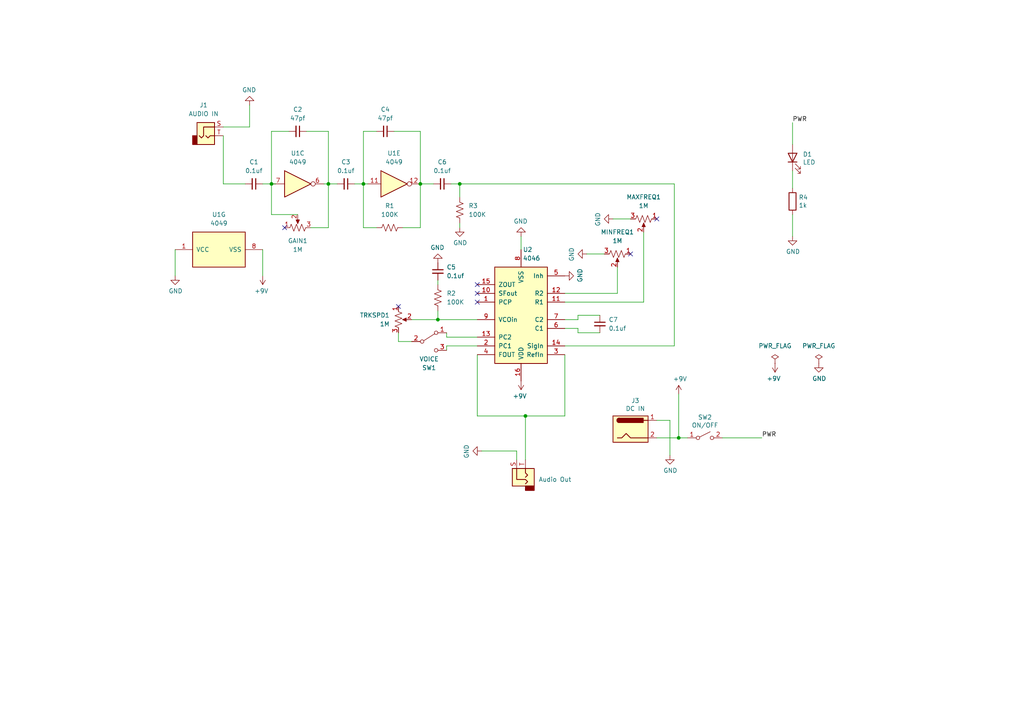
<source format=kicad_sch>
(kicad_sch (version 20211123) (generator eeschema)
  (paper "A4")
  (lib_symbols
    (symbol "4xxx:4046" (pin_names (offset 1.016))
      (property "Reference" "U" (at -7.62 13.97 0))
      (property "Value" "4046" (at -7.62 -16.51 0))
      (symbol "4046_1_0"
        (pin output line (at 12.7 -5.08 180) (length 5.08) (name "PCP") (number "1"))
        (pin output line (at 12.7 -7.62 180) (length 5.08) (name "SFout") (number "10"))
        (pin input line (at -12.7 -5.08 0) (length 5.08) (name "R1") (number "11"))
        (pin input line (at -12.7 -7.62 0) (length 5.08) (name "R2") (number "12"))
        (pin tri_state line (at 12.7 5.08 180) (length 5.08) (name "PC2") (number "13"))
        (pin input line (at -12.7 7.62 0) (length 5.08) (name "SigIn") (number "14"))
        (pin output line (at 12.7 -10.16 180) (length 5.08) (name "ZOUT") (number "15"))
        (pin power_in line (at 0 17.78 270) (length 5.08) (name "VDD") (number "16"))
        (pin output line (at 12.7 7.62 180) (length 5.08) (name "PC1") (number "2"))
        (pin input line (at -12.7 10.16 0) (length 5.08) (name "RefIn") (number "3"))
        (pin input line (at 12.7 10.16 180) (length 5.08) (name "FOUT") (number "4"))
        (pin input line (at -12.7 -12.7 0) (length 5.08) (name "Inh") (number "5"))
        (pin input line (at -12.7 2.54 0) (length 5.08) (name "C1") (number "6"))
        (pin input line (at -12.7 0 0) (length 5.08) (name "C2") (number "7"))
        (pin power_in line (at 0 -20.32 90) (length 5.08) (name "VSS") (number "8"))
        (pin input line (at 12.7 0 180) (length 5.08) (name "VCOin") (number "9"))
      )
      (symbol "4046_1_1"
        (rectangle (start -7.62 12.7) (end 7.62 -15.24) (stroke (width 0.254)) (fill (type background)))
      )
    )
    (symbol "4xxx:4049" (pin_names (offset 1.016))
      (property "Reference" "U" (at 0 1.27 0))
      (property "Value" "4049" (at 0 -1.27 0))
      (symbol "4049_1_0"
        (polyline (pts (xy -3.81 3.81) (xy -3.81 -3.81) (xy 3.81 0) (xy -3.81 3.81)) (stroke (width 0.254)) (fill (type background)))
        (pin output inverted (at 7.62 0 180) (length 3.81) (name "~") (number "2"))
        (pin input line (at -7.62 0 0) (length 3.81) (name "~") (number "3"))
      )
      (symbol "4049_2_0"
        (polyline (pts (xy -3.81 3.81) (xy -3.81 -3.81) (xy 3.81 0) (xy -3.81 3.81)) (stroke (width 0.254)) (fill (type background)))
        (pin output inverted (at 7.62 0 180) (length 3.81) (name "~") (number "4"))
        (pin input line (at -7.62 0 0) (length 3.81) (name "~") (number "5"))
      )
      (symbol "4049_3_0"
        (polyline (pts (xy -3.81 3.81) (xy -3.81 -3.81) (xy 3.81 0) (xy -3.81 3.81)) (stroke (width 0.254)) (fill (type background)))
        (pin output inverted (at 7.62 0 180) (length 3.81) (name "~") (number "6"))
        (pin input line (at -7.62 0 0) (length 3.81) (name "~") (number "7"))
      )
      (symbol "4049_4_0"
        (polyline (pts (xy -3.81 3.81) (xy -3.81 -3.81) (xy 3.81 0) (xy -3.81 3.81)) (stroke (width 0.254)) (fill (type background)))
        (pin output inverted (at 7.62 0 180) (length 3.81) (name "~") (number "10"))
        (pin input line (at -7.62 0 0) (length 3.81) (name "~") (number "9"))
      )
      (symbol "4049_5_0"
        (polyline (pts (xy -3.81 3.81) (xy -3.81 -3.81) (xy 3.81 0) (xy -3.81 3.81)) (stroke (width 0.254)) (fill (type background)))
        (pin input line (at -7.62 0 0) (length 3.81) (name "~") (number "11"))
        (pin output inverted (at 7.62 0 180) (length 3.81) (name "~") (number "12"))
      )
      (symbol "4049_6_0"
        (polyline (pts (xy -3.81 3.81) (xy -3.81 -3.81) (xy 3.81 0) (xy -3.81 3.81)) (stroke (width 0.254)) (fill (type background)))
        (pin input line (at -7.62 0 0) (length 3.81) (name "~") (number "14"))
        (pin output inverted (at 7.62 0 180) (length 3.81) (name "~") (number "15"))
      )
      (symbol "4049_7_0"
        (pin power_in line (at 0 12.7 270) (length 5.08) (name "VCC") (number "1"))
        (pin power_in line (at 0 -12.7 90) (length 5.08) (name "VSS") (number "8"))
      )
      (symbol "4049_7_1"
        (rectangle (start -5.08 7.62) (end 5.08 -7.62) (stroke (width 0.254)) (fill (type background)))
      )
    )
    (symbol "Connector:AudioJack2"
      (property "Reference" "J" (at 0 8.89 0))
      (property "Value" "AudioJack2" (at 0 6.35 0))
      (symbol "AudioJack2_0_1"
        (rectangle (start -3.81 0) (end -2.54 -2.54) (stroke (width 0.254)) (fill (type outline)))
        (rectangle (start -2.54 3.81) (end 2.54 -2.54) (stroke (width 0.254)) (fill (type background)))
        (polyline (pts (xy 0 0) (xy 0.635 -0.635) (xy 1.27 0) (xy 2.54 0)) (stroke (width 0.254)))
        (polyline (pts (xy 2.54 2.54) (xy -0.635 2.54) (xy -0.635 0) (xy -1.27 -0.635) (xy -1.905 0)) (stroke (width 0.254)))
      )
      (symbol "AudioJack2_1_1"
        (pin passive line (at 5.08 2.54 180) (length 2.54) (name "~") (number "S"))
        (pin passive line (at 5.08 0 180) (length 2.54) (name "~") (number "T"))
      )
    )
    (symbol "Connector:Jack-DC" (pin_names (offset 1.016))
      (property "Reference" "J" (at 0 5.334 0))
      (property "Value" "Jack-DC" (at 0 -5.08 0))
      (symbol "Jack-DC_0_1"
        (rectangle (start -5.08 3.81) (end 5.08 -3.81) (stroke (width 0.254)) (fill (type background)))
        (arc (start -3.302 3.175) (mid -3.937 2.54) (end -3.302 1.905) (stroke (width 0.254)))
        (arc (start -3.302 3.175) (mid -3.937 2.54) (end -3.302 1.905) (stroke (width 0.254)) (fill (type outline)))
        (polyline (pts (xy 5.08 2.54) (xy 3.81 2.54)) (stroke (width 0.254)))
        (polyline (pts (xy -3.81 -2.54) (xy -2.54 -2.54) (xy -1.27 -1.27) (xy 0 -2.54) (xy 2.54 -2.54) (xy 5.08 -2.54)) (stroke (width 0.254)))
        (rectangle (start 3.683 3.175) (end -3.302 1.905) (stroke (width 0.254)) (fill (type outline)))
      )
      (symbol "Jack-DC_1_1"
        (pin passive line (at 7.62 2.54 180) (length 2.54) (name "~") (number "1"))
        (pin passive line (at 7.62 -2.54 180) (length 2.54) (name "~") (number "2"))
      )
    )
    (symbol "Device:C_Small" (pin_numbers hide) (pin_names (offset 0.254) hide)
      (property "Reference" "C" (at 0.254 1.778 0))
      (property "Value" "C_Small" (at 0.254 -2.032 0))
      (symbol "C_Small_0_1"
        (polyline (pts (xy -1.524 -0.508) (xy 1.524 -0.508)) (stroke (width 0.3302)))
        (polyline (pts (xy -1.524 0.508) (xy 1.524 0.508)) (stroke (width 0.3048)))
      )
      (symbol "C_Small_1_1"
        (pin passive line (at 0 2.54 270) (length 2.032) (name "~") (number "1"))
        (pin passive line (at 0 -2.54 90) (length 2.032) (name "~") (number "2"))
      )
    )
    (symbol "Device:LED" (pin_numbers hide) (pin_names (offset 1.016) hide)
      (property "Reference" "D" (at 0 2.54 0))
      (property "Value" "LED" (at 0 -2.54 0))
      (symbol "LED_0_1"
        (polyline (pts (xy -1.27 -1.27) (xy -1.27 1.27)) (stroke (width 0.254)))
        (polyline (pts (xy -1.27 0) (xy 1.27 0)))
        (polyline (pts (xy 1.27 -1.27) (xy 1.27 1.27) (xy -1.27 0) (xy 1.27 -1.27)) (stroke (width 0.254)))
        (polyline (pts (xy -3.048 -0.762) (xy -4.572 -2.286) (xy -3.81 -2.286) (xy -4.572 -2.286) (xy -4.572 -1.524)))
        (polyline (pts (xy -1.778 -0.762) (xy -3.302 -2.286) (xy -2.54 -2.286) (xy -3.302 -2.286) (xy -3.302 -1.524)))
      )
      (symbol "LED_1_1"
        (pin passive line (at -3.81 0 0) (length 2.54) (name "K") (number "1"))
        (pin passive line (at 3.81 0 180) (length 2.54) (name "A") (number "2"))
      )
    )
    (symbol "Device:R" (pin_numbers hide) (pin_names (offset 0))
      (property "Reference" "R" (at 2.032 0 90))
      (property "Value" "R" (at 0 0 90))
      (symbol "R_0_1"
        (rectangle (start -1.016 -2.54) (end 1.016 2.54) (stroke (width 0.254)))
      )
      (symbol "R_1_1"
        (pin passive line (at 0 3.81 270) (length 1.27) (name "~") (number "1"))
        (pin passive line (at 0 -3.81 90) (length 1.27) (name "~") (number "2"))
      )
    )
    (symbol "Device:R_Potentiometer_US" (pin_names (offset 1.016) hide)
      (property "Reference" "RV" (at -4.445 0 90))
      (property "Value" "R_Potentiometer_US" (at -2.54 0 90))
      (symbol "R_Potentiometer_US_0_1"
        (polyline (pts (xy 0 -2.286) (xy 0 -2.54)))
        (polyline (pts (xy 0 2.54) (xy 0 2.286)))
        (polyline (pts (xy 2.54 0) (xy 1.524 0)))
        (polyline (pts (xy 1.143 0) (xy 2.286 0.508) (xy 2.286 -0.508) (xy 1.143 0)) (fill (type outline)))
        (polyline (pts (xy 0 -0.762) (xy 1.016 -1.143) (xy 0 -1.524) (xy -1.016 -1.905) (xy 0 -2.286)))
        (polyline (pts (xy 0 0.762) (xy 1.016 0.381) (xy 0 0) (xy -1.016 -0.381) (xy 0 -0.762)))
        (polyline (pts (xy 0 2.286) (xy 1.016 1.905) (xy 0 1.524) (xy -1.016 1.143) (xy 0 0.762)))
      )
      (symbol "R_Potentiometer_US_1_1"
        (pin passive line (at 0 3.81 270) (length 1.27) (name "1") (number "1"))
        (pin passive line (at 3.81 0 180) (length 1.27) (name "2") (number "2"))
        (pin passive line (at 0 -3.81 90) (length 1.27) (name "3") (number "3"))
      )
    )
    (symbol "Device:R_US" (pin_numbers hide) (pin_names (offset 0))
      (property "Reference" "R" (at 2.54 0 90))
      (property "Value" "R_US" (at -2.54 0 90))
      (symbol "R_US_0_1"
        (polyline (pts (xy 0 -2.286) (xy 0 -2.54)))
        (polyline (pts (xy 0 2.286) (xy 0 2.54)))
        (polyline (pts (xy 0 -0.762) (xy 1.016 -1.143) (xy 0 -1.524) (xy -1.016 -1.905) (xy 0 -2.286)))
        (polyline (pts (xy 0 0.762) (xy 1.016 0.381) (xy 0 0) (xy -1.016 -0.381) (xy 0 -0.762)))
        (polyline (pts (xy 0 2.286) (xy 1.016 1.905) (xy 0 1.524) (xy -1.016 1.143) (xy 0 0.762)))
      )
      (symbol "R_US_1_1"
        (pin passive line (at 0 3.81 270) (length 1.27) (name "~") (number "1"))
        (pin passive line (at 0 -3.81 90) (length 1.27) (name "~") (number "2"))
      )
    )
    (symbol "Switch:SW_SPDT" (pin_names (offset 0) hide)
      (property "Reference" "SW" (at 0 4.318 0))
      (property "Value" "SW_SPDT" (at 0 -5.08 0))
      (symbol "SW_SPDT_0_0"
        (circle (center -2.032 0) (radius 0.508))
        (circle (center 2.032 -2.54) (radius 0.508))
      )
      (symbol "SW_SPDT_0_1"
        (polyline (pts (xy -1.524 0.254) (xy 1.651 2.286)))
        (circle (center 2.032 2.54) (radius 0.508))
      )
      (symbol "SW_SPDT_1_1"
        (pin passive line (at 5.08 2.54 180) (length 2.54) (name "A") (number "1"))
        (pin passive line (at -5.08 0 0) (length 2.54) (name "B") (number "2"))
        (pin passive line (at 5.08 -2.54 180) (length 2.54) (name "C") (number "3"))
      )
    )
    (symbol "Switch:SW_SPST" (pin_names (offset 0) hide)
      (property "Reference" "SW" (at 0 3.175 0))
      (property "Value" "SW_SPST" (at 0 -2.54 0))
      (symbol "SW_SPST_0_0"
        (circle (center -2.032 0) (radius 0.508))
        (polyline (pts (xy -1.524 0.254) (xy 1.524 1.778)))
        (circle (center 2.032 0) (radius 0.508))
      )
      (symbol "SW_SPST_1_1"
        (pin passive line (at -5.08 0 0) (length 2.54) (name "A") (number "1"))
        (pin passive line (at 5.08 0 180) (length 2.54) (name "B") (number "2"))
      )
    )
    (symbol "power:+9V" (power) (pin_names (offset 0))
      (property "Value" "+9V" (at 0 3.556 0))
      (symbol "+9V_0_1"
        (polyline (pts (xy -0.762 1.27) (xy 0 2.54)))
        (polyline (pts (xy 0 0) (xy 0 2.54)))
        (polyline (pts (xy 0 2.54) (xy 0.762 1.27)))
      )
      (symbol "+9V_1_1"
        (pin power_in line (at 0 0 90) (length 0) hide (name "+9V") (number "1"))
      )
    )
    (symbol "power:GND" (power) (pin_names (offset 0))
      (property "Value" "GND" (at 0 -3.81 0))
      (symbol "GND_0_1"
        (polyline (pts (xy 0 0) (xy 0 -1.27) (xy 1.27 -1.27) (xy 0 -2.54) (xy -1.27 -1.27) (xy 0 -1.27)))
      )
      (symbol "GND_1_1"
        (pin power_in line (at 0 0 270) (length 0) hide (name "GND") (number "1"))
      )
    )
    (symbol "power:PWR_FLAG" (power) (pin_numbers hide) (pin_names (offset 0) hide)
      (property "Value" "PWR_FLAG" (at 0 3.81 0))
      (symbol "PWR_FLAG_0_0"
        (pin power_out line (at 0 0 90) (length 0) (name "pwr") (number "1"))
      )
      (symbol "PWR_FLAG_0_1"
        (polyline (pts (xy 0 0) (xy 0 1.27) (xy -1.016 1.905) (xy 0 2.54) (xy 1.016 1.905) (xy 0 1.27)))
      )
    )
  )
  (junction (at 121.92 53.34))
  (junction (at 196.85 127))
  (junction (at 127 92.71))
  (junction (at 105.41 53.34))
  (junction (at 78.74 53.34))
  (junction (at 152.4 120.65))
  (junction (at 95.25 53.34))
  (junction (at 133.35 53.34))
  (no_connect (at 182.88 73.66))
  (no_connect (at 82.55 66.04))
  (no_connect (at 138.43 85.09))
  (no_connect (at 190.5 63.5))
  (no_connect (at 138.43 87.63))
  (no_connect (at 138.43 82.55))
  (no_connect (at 115.57 88.9))
  (wire (pts (xy 127 90.17) (xy 127 92.71)))
  (wire (pts (xy 76.2 53.34) (xy 78.74 53.34)))
  (wire (pts (xy 129.54 97.79) (xy 129.54 96.52)))
  (wire (pts (xy 163.83 87.63) (xy 186.69 87.63)))
  (wire (pts (xy 78.74 53.34) (xy 78.74 62.23)))
  (wire (pts (xy 90.17 66.04) (xy 95.25 66.04)))
  (wire (pts (xy 195.58 53.34) (xy 195.58 100.33)))
  (wire (pts (xy 138.43 97.79) (xy 129.54 97.79)))
  (wire (pts (xy 127 92.71) (xy 138.43 92.71)))
  (wire (pts (xy 195.58 100.33) (xy 163.83 100.33)))
  (wire (pts (xy 105.41 53.34) (xy 105.41 38.1)))
  (wire (pts (xy 130.81 53.34) (xy 133.35 53.34)))
  (wire (pts (xy 114.3 38.1) (xy 121.92 38.1)))
  (wire (pts (xy 152.4 120.65) (xy 152.4 133.35)))
  (wire (pts (xy 163.83 102.87) (xy 163.83 120.65)))
  (wire (pts (xy 133.35 53.34) (xy 195.58 53.34)))
  (wire (pts (xy 170.18 73.66) (xy 175.26 73.66)))
  (wire (pts (xy 64.77 36.83) (xy 72.39 36.83)))
  (wire (pts (xy 78.74 38.1) (xy 83.82 38.1)))
  (wire (pts (xy 163.83 95.25) (xy 167.64 95.25)))
  (wire (pts (xy 163.83 85.09) (xy 179.07 85.09)))
  (wire (pts (xy 196.85 127) (xy 199.39 127)))
  (wire (pts (xy 105.41 53.34) (xy 105.41 66.04)))
  (wire (pts (xy 179.07 85.09) (xy 179.07 77.47)))
  (wire (pts (xy 125.73 53.34) (xy 121.92 53.34)))
  (wire (pts (xy 229.87 49.53) (xy 229.87 54.61)))
  (wire (pts (xy 50.8 72.39) (xy 50.8 80.01)))
  (wire (pts (xy 93.98 53.34) (xy 95.25 53.34)))
  (wire (pts (xy 138.43 120.65) (xy 138.43 102.87)))
  (wire (pts (xy 76.2 72.39) (xy 76.2 80.01)))
  (wire (pts (xy 95.25 66.04) (xy 95.25 53.34)))
  (wire (pts (xy 78.74 38.1) (xy 78.74 53.34)))
  (wire (pts (xy 121.92 38.1) (xy 121.92 53.34)))
  (wire (pts (xy 121.92 66.04) (xy 116.84 66.04)))
  (wire (pts (xy 167.64 92.71) (xy 167.64 91.44)))
  (wire (pts (xy 209.55 127) (xy 220.98 127)))
  (wire (pts (xy 72.39 30.48) (xy 72.39 36.83)))
  (wire (pts (xy 196.85 114.3) (xy 196.85 127)))
  (wire (pts (xy 105.41 66.04) (xy 109.22 66.04)))
  (wire (pts (xy 167.64 95.25) (xy 167.64 96.52)))
  (wire (pts (xy 138.43 100.33) (xy 129.54 100.33)))
  (wire (pts (xy 177.8 63.5) (xy 182.88 63.5)))
  (wire (pts (xy 190.5 121.92) (xy 194.31 121.92)))
  (wire (pts (xy 190.5 127) (xy 196.85 127)))
  (wire (pts (xy 152.4 120.65) (xy 163.83 120.65)))
  (wire (pts (xy 186.69 87.63) (xy 186.69 67.31)))
  (wire (pts (xy 133.35 53.34) (xy 133.35 57.15)))
  (wire (pts (xy 86.36 62.23) (xy 78.74 62.23)))
  (wire (pts (xy 163.83 92.71) (xy 167.64 92.71)))
  (wire (pts (xy 229.87 35.56) (xy 229.87 41.91)))
  (wire (pts (xy 127 81.28) (xy 127 82.55)))
  (wire (pts (xy 119.38 92.71) (xy 127 92.71)))
  (wire (pts (xy 119.38 99.06) (xy 115.57 99.06)))
  (wire (pts (xy 229.87 62.23) (xy 229.87 68.58)))
  (wire (pts (xy 64.77 39.37) (xy 64.77 53.34)))
  (wire (pts (xy 95.25 38.1) (xy 95.25 53.34)))
  (wire (pts (xy 129.54 100.33) (xy 129.54 101.6)))
  (wire (pts (xy 151.13 68.58) (xy 151.13 72.39)))
  (wire (pts (xy 149.86 130.81) (xy 149.86 133.35)))
  (wire (pts (xy 64.77 53.34) (xy 71.12 53.34)))
  (wire (pts (xy 88.9 38.1) (xy 95.25 38.1)))
  (wire (pts (xy 167.64 96.52) (xy 173.99 96.52)))
  (wire (pts (xy 194.31 121.92) (xy 194.31 132.08)))
  (wire (pts (xy 105.41 38.1) (xy 109.22 38.1)))
  (wire (pts (xy 105.41 53.34) (xy 106.68 53.34)))
  (wire (pts (xy 121.92 53.34) (xy 121.92 66.04)))
  (wire (pts (xy 167.64 91.44) (xy 173.99 91.44)))
  (wire (pts (xy 138.43 120.65) (xy 152.4 120.65)))
  (wire (pts (xy 102.87 53.34) (xy 105.41 53.34)))
  (wire (pts (xy 115.57 96.52) (xy 115.57 99.06)))
  (wire (pts (xy 139.7 130.81) (xy 149.86 130.81)))
  (wire (pts (xy 133.35 66.04) (xy 133.35 64.77)))
  (wire (pts (xy 95.25 53.34) (xy 97.79 53.34)))
  (wire (pts (xy 78.74 53.34) (xy 80.01 53.34)))
  (label "PWR" (at 220.98 127 0))
  (label "PWR" (at 229.87 35.56 0))
  (symbol (lib_id "Device:C_Small") (at 111.76 38.1 270) (unit 1)
    (property "Reference" "C4" (at 111.7536 31.75 90))
    (property "Value" "47pf" (at 111.7536 34.29 90))
    (property "Footprint" "Capacitor_THT:C_Disc_D3.8mm_W2.6mm_P2.50mm" (effects hide))
  )
  (symbol (lib_id "Switch:SW_SPDT") (at 124.46 99.06 0) (unit 1)
    (property "Reference" "SW1" (at 124.46 106.68 0))
    (property "Value" "VOICE" (at 124.46 104.14 0))
    (property "Footprint" "Connector_Wire:SolderWire-0.1sqmm_1x03_P3.6mm_D0.4mm_OD1mm" (effects hide))
  )
  (symbol (lib_id "power:GND") (at 163.83 80.01 90) (unit 1)
    (property "Reference" "#PWR0108" (effects hide))
    (property "Value" "GND" (at 168.2242 79.883 0))
  )
  (symbol (lib_id "Device:C_Small") (at 173.99 93.98 0) (unit 1)
    (property "Reference" "C7" (at 176.53 92.7162 0) (effects (justify left)))
    (property "Value" "0.1uf" (at 176.53 95.2562 0) (effects (justify left)))
    (property "Footprint" "Capacitor_THT:C_Disc_D3.8mm_W2.6mm_P2.50mm" (effects hide))
  )
  (symbol (lib_id "Device:R_Potentiometer_US") (at 186.69 63.5 270) (unit 1)
    (property "Reference" "MAXFREQ1" (at 186.69 57.15 90))
    (property "Value" "1M" (at 186.69 59.69 90))
    (property "Footprint" "Connector_Wire:SolderWire-0.1sqmm_1x03_P3.6mm_D0.4mm_OD1mm" (effects hide))
  )
  (symbol (lib_id "power:GND") (at 50.8 80.01 0) (unit 1)
    (property "Reference" "#PWR0105" (effects hide))
    (property "Value" "GND" (at 50.927 84.4042 0))
  )
  (symbol (lib_id "power:PWR_FLAG") (at 224.79 105.41 0) (unit 1)
    (property "Reference" "#FLG0102" (effects hide))
    (property "Value" "PWR_FLAG" (at 224.79 100.33 0))
  )
  (symbol (lib_id "Switch:SW_SPST") (at 204.47 127 0) (unit 1)
    (property "Reference" "SW2" (at 204.47 121.031 0))
    (property "Value" "ON/OFF" (at 204.47 123.3424 0))
    (property "Footprint" "Connector_Wire:SolderWire-0.1sqmm_1x02_P3.6mm_D0.4mm_OD1mm" (effects hide))
  )
  (symbol (lib_id "power:GND") (at 72.39 30.48 180) (unit 1)
    (property "Reference" "#PWR0104" (effects hide))
    (property "Value" "GND" (at 72.263 26.0858 0))
  )
  (symbol (lib_id "Connector:AudioJack2") (at 152.4 138.43 90) (unit 1)
    (property "Reference" "J2" (effects hide))
    (property "Value" "Audio Out" (at 156.21 139.0649 90) (effects (justify right)))
    (property "Footprint" "Connector_Wire:SolderWire-0.1sqmm_1x02_P3.6mm_D0.4mm_OD1mm" (effects hide))
  )
  (symbol (lib_id "Connector:Jack-DC") (at 182.88 124.46 0) (unit 1)
    (property "Reference" "J3" (at 184.277 116.205 0))
    (property "Value" "DC IN" (at 184.277 118.5164 0))
    (property "Footprint" "Connector_Wire:SolderWire-0.1sqmm_1x02_P3.6mm_D0.4mm_OD1mm" (effects hide))
  )
  (symbol (lib_id "Device:R_Potentiometer_US") (at 115.57 92.71 0) (unit 1)
    (property "Reference" "TRKSPD1" (at 113.03 91.4399 0) (effects (justify right)))
    (property "Value" "1M" (at 113.03 93.9799 0) (effects (justify right)))
    (property "Footprint" "Connector_Wire:SolderWire-0.1sqmm_1x03_P3.6mm_D0.4mm_OD1mm" (effects hide))
  )
  (symbol (lib_id "4xxx:4046") (at 151.13 92.71 180) (unit 1)
    (property "Reference" "U2" (at 151.6506 72.39 0) (effects (justify right)))
    (property "Value" "4046" (at 151.6506 74.93 0) (effects (justify right)))
    (property "Footprint" "Package_DIP:DIP-16_W7.62mm" (effects hide))
    (property "Datasheet" "https://assets.nexperia.com/documents/data-sheet/HEF4046B.pdf" (effects hide))
  )
  (symbol (lib_id "power:+9V") (at 76.2 80.01 180) (unit 1)
    (property "Reference" "#PWR0106" (effects hide))
    (property "Value" "+9V" (at 75.819 84.4042 0))
  )
  (symbol (lib_id "Connector:AudioJack2") (at 59.69 39.37 0) (unit 1)
    (property "Reference" "J1" (at 59.055 30.48 0))
    (property "Value" "AUDIO IN" (at 59.055 33.02 0))
    (property "Footprint" "Connector_Wire:SolderWire-0.1sqmm_1x02_P3.6mm_D0.4mm_OD1mm" (effects hide))
  )
  (symbol (lib_id "Device:C_Small") (at 86.36 38.1 270) (unit 1)
    (property "Reference" "C2" (at 86.3536 31.75 90))
    (property "Value" "47pf" (at 86.3536 34.29 90))
    (property "Footprint" "Capacitor_THT:C_Disc_D3.8mm_W2.6mm_P2.50mm" (effects hide))
  )
  (symbol (lib_id "Device:R_US") (at 113.03 66.04 270) (unit 1)
    (property "Reference" "R1" (at 113.03 59.69 90))
    (property "Value" "100K" (at 113.03 62.23 90))
    (property "Footprint" "Resistor_THT:R_Axial_DIN0207_L6.3mm_D2.5mm_P10.16mm_Horizontal" (effects hide))
  )
  (symbol (lib_id "Device:C_Small") (at 100.33 53.34 270) (unit 1)
    (property "Reference" "C3" (at 100.3236 46.99 90))
    (property "Value" "0.1uf" (at 100.3236 49.53 90))
    (property "Footprint" "Capacitor_THT:C_Disc_D3.8mm_W2.6mm_P2.50mm" (effects hide))
  )
  (symbol (lib_id "power:+9V") (at 151.13 110.49 180) (unit 1)
    (property "Reference" "#PWR0113" (effects hide))
    (property "Value" "+9V" (at 150.749 114.8842 0))
  )
  (symbol (lib_id "power:GND") (at 237.49 105.41 0) (unit 1)
    (property "Reference" "#PWR_FLAG0101" (effects hide))
    (property "Value" "GND" (at 237.617 109.8042 0))
  )
  (symbol (lib_id "4xxx:4049") (at 63.5 72.39 90) (unit 7)
    (property "Reference" "U1" (at 63.5 62.23 90))
    (property "Value" "4049" (at 63.5 64.77 90))
    (property "Footprint" "Package_DIP:DIP-16_W7.62mm" (effects hide))
    (property "Datasheet" "http://www.intersil.com/content/dam/intersil/documents/cd40/cd4049ubms.pdf" (effects hide))
  )
  (symbol (lib_id "Device:C_Small") (at 73.66 53.34 270) (unit 1)
    (property "Reference" "C1" (at 73.6536 46.99 90))
    (property "Value" "0.1uf" (at 73.6536 49.53 90))
    (property "Footprint" "Capacitor_THT:C_Disc_D3.8mm_W2.6mm_P2.50mm" (effects hide))
  )
  (symbol (lib_id "Device:R_Potentiometer_US") (at 179.07 73.66 270) (unit 1)
    (property "Reference" "MINFREQ1" (at 179.07 67.31 90))
    (property "Value" "1M" (at 179.07 69.85 90))
    (property "Footprint" "Connector_Wire:SolderWire-0.1sqmm_1x03_P3.6mm_D0.4mm_OD1mm" (effects hide))
  )
  (symbol (lib_id "4xxx:4049") (at 86.36 53.34 0) (unit 3)
    (property "Reference" "U1" (at 86.36 44.45 0))
    (property "Value" "4049" (at 86.36 46.99 0))
    (property "Footprint" "Package_DIP:DIP-16_W7.62mm" (effects hide))
    (property "Datasheet" "http://www.intersil.com/content/dam/intersil/documents/cd40/cd4049ubms.pdf" (effects hide))
  )
  (symbol (lib_id "power:GND") (at 170.18 73.66 270) (unit 1)
    (property "Reference" "#PWR0109" (effects hide))
    (property "Value" "GND" (at 165.7858 73.787 0))
  )
  (symbol (lib_id "power:PWR_FLAG") (at 237.49 105.41 0) (unit 1)
    (property "Reference" "#FLG0101" (effects hide))
    (property "Value" "PWR_FLAG" (at 237.49 100.33 0))
  )
  (symbol (lib_id "power:GND") (at 194.31 132.08 0) (unit 1)
    (property "Reference" "#PWR0112" (effects hide))
    (property "Value" "GND" (at 194.437 136.4742 0))
  )
  (symbol (lib_id "power:GND") (at 127 76.2 180) (unit 1)
    (property "Reference" "#PWR0111" (effects hide))
    (property "Value" "GND" (at 126.873 71.8058 0))
  )
  (symbol (lib_id "power:GND") (at 177.8 63.5 270) (unit 1)
    (property "Reference" "#PWR0107" (effects hide))
    (property "Value" "GND" (at 173.4058 63.627 0))
  )
  (symbol (lib_id "power:GND") (at 133.35 66.04 0) (unit 1)
    (property "Reference" "#PWR0110" (effects hide))
    (property "Value" "GND" (at 133.477 70.4342 0))
  )
  (symbol (lib_id "power:+9V") (at 224.79 105.41 180) (unit 1)
    (property "Reference" "#PWR0103" (effects hide))
    (property "Value" "+9V" (at 224.409 109.8042 0))
  )
  (symbol (lib_id "Device:R_US") (at 127 86.36 180) (unit 1)
    (property "Reference" "R2" (at 129.54 85.0899 0) (effects (justify right)))
    (property "Value" "100K" (at 129.54 87.6299 0) (effects (justify right)))
    (property "Footprint" "Resistor_THT:R_Axial_DIN0207_L6.3mm_D2.5mm_P10.16mm_Horizontal" (effects hide))
  )
  (symbol (lib_id "power:GND") (at 139.7 130.81 270) (unit 1)
    (property "Reference" "#PWR0114" (effects hide))
    (property "Value" "GND" (at 135.3058 130.937 0))
  )
  (symbol (lib_id "Device:LED") (at 229.87 45.72 90) (unit 1)
    (property "Reference" "D1" (at 232.8418 44.7548 90) (effects (justify right)))
    (property "Value" "LED" (at 232.8418 47.0662 90) (effects (justify right)))
    (property "Footprint" "LED_THT:LED_D3.0mm" (effects hide))
  )
  (symbol (lib_id "power:GND") (at 151.13 68.58 180) (unit 1)
    (property "Reference" "#PWR_FLAG0102" (effects hide))
    (property "Value" "GND" (at 151.003 64.1858 0))
  )
  (symbol (lib_id "power:+9V") (at 196.85 114.3 0) (unit 1)
    (property "Reference" "#PWR0101" (effects hide))
    (property "Value" "+9V" (at 197.231 109.9058 0))
  )
  (symbol (lib_id "Device:C_Small") (at 128.27 53.34 270) (unit 1)
    (property "Reference" "C6" (at 128.2636 46.99 90))
    (property "Value" "0.1uf" (at 128.2636 49.53 90))
    (property "Footprint" "Capacitor_THT:C_Disc_D3.8mm_W2.6mm_P2.50mm" (effects hide))
  )
  (symbol (lib_id "Device:R_Potentiometer_US") (at 86.36 66.04 90) (unit 1)
    (property "Reference" "GAIN1" (at 86.36 69.85 90))
    (property "Value" "1M" (at 86.36 72.39 90))
    (property "Footprint" "Connector_Wire:SolderWire-0.1sqmm_1x03_P3.6mm_D0.4mm_OD1mm" (effects hide))
  )
  (symbol (lib_id "Device:R_US") (at 133.35 60.96 180) (unit 1)
    (property "Reference" "R3" (at 135.89 59.6899 0) (effects (justify right)))
    (property "Value" "100K" (at 135.89 62.2299 0) (effects (justify right)))
    (property "Footprint" "Resistor_THT:R_Axial_DIN0207_L6.3mm_D2.5mm_P10.16mm_Horizontal" (effects hide))
  )
  (symbol (lib_id "4xxx:4049") (at 114.3 53.34 0) (unit 5)
    (property "Reference" "U1" (at 114.3 44.45 0))
    (property "Value" "4049" (at 114.3 46.99 0))
    (property "Footprint" "Package_DIP:DIP-16_W7.62mm" (effects hide))
    (property "Datasheet" "http://www.intersil.com/content/dam/intersil/documents/cd40/cd4049ubms.pdf" (effects hide))
  )
  (symbol (lib_id "Device:C_Small") (at 127 78.74 0) (unit 1)
    (property "Reference" "C5" (at 129.54 77.4762 0) (effects (justify left)))
    (property "Value" "0.1uf" (at 129.54 80.0162 0) (effects (justify left)))
    (property "Footprint" "Capacitor_THT:C_Disc_D3.8mm_W2.6mm_P2.50mm" (effects hide))
  )
  (symbol (lib_id "power:GND") (at 229.87 68.58 0) (unit 1)
    (property "Reference" "#PWR0102" (effects hide))
    (property "Value" "GND" (at 229.997 72.9742 0))
  )
  (symbol (lib_id "Device:R") (at 229.87 58.42 0) (unit 1)
    (property "Reference" "R4" (at 231.648 57.2516 0) (effects (justify left)))
    (property "Value" "1k" (at 231.648 59.563 0) (effects (justify left)))
    (property "Footprint" "Resistor_THT:R_Axial_DIN0207_L6.3mm_D2.5mm_P10.16mm_Horizontal" (effects hide))
  )
)
</source>
